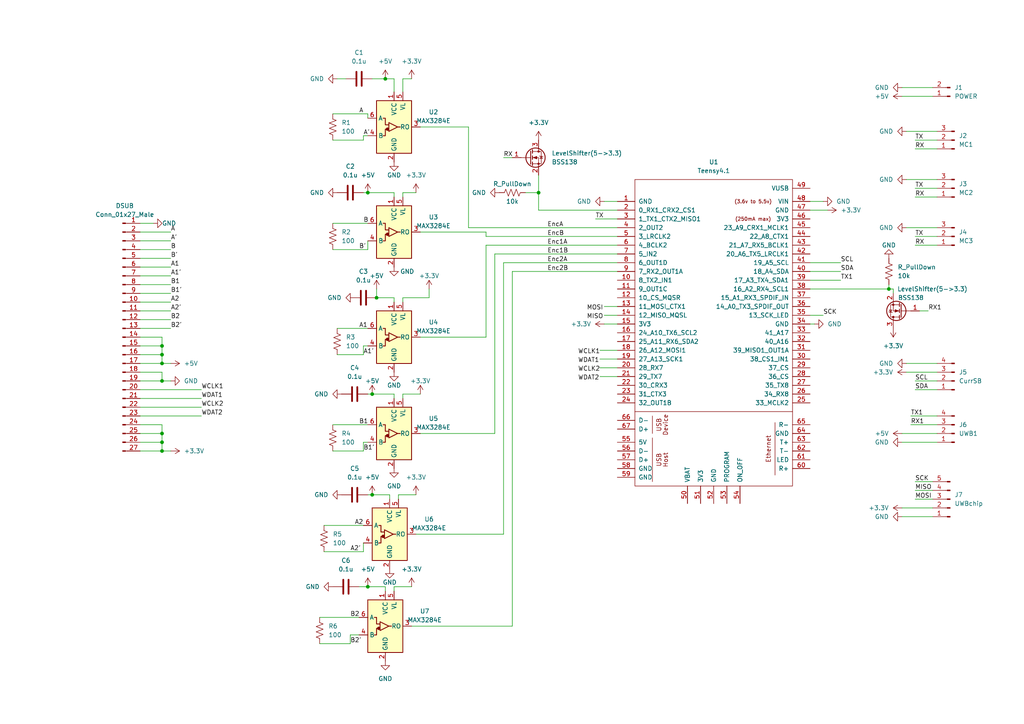
<source format=kicad_sch>
(kicad_sch (version 20211123) (generator eeschema)
  (paper "A4")
  (lib_symbols
    (symbol "Connector:Conn_01x02_Male" (pin_names (offset 1.016) hide)
      (property "Reference" "J" (at 0 2.54 0))
      (property "Value" "Conn_01x02_Male" (at 0 -5.08 0))
      (symbol "Conn_01x02_Male_1_1"
        (polyline (pts (xy 1.27 -2.54) (xy 0.8636 -2.54)) (stroke (width 0.1524)))
        (polyline (pts (xy 1.27 0) (xy 0.8636 0)) (stroke (width 0.1524)))
        (rectangle (start 0.8636 -2.413) (end 0 -2.667) (stroke (width 0.1524)) (fill (type outline)))
        (rectangle (start 0.8636 0.127) (end 0 -0.127) (stroke (width 0.1524)) (fill (type outline)))
        (pin passive line (at 5.08 0 180) (length 3.81) (name "Pin_1") (number "1"))
        (pin passive line (at 5.08 -2.54 180) (length 3.81) (name "Pin_2") (number "2"))
      )
    )
    (symbol "Connector:Conn_01x03_Male" (pin_names (offset 1.016) hide)
      (property "Reference" "J" (at 0 5.08 0))
      (property "Value" "Conn_01x03_Male" (at 0 -5.08 0))
      (symbol "Conn_01x03_Male_1_1"
        (polyline (pts (xy 1.27 -2.54) (xy 0.8636 -2.54)) (stroke (width 0.1524)))
        (polyline (pts (xy 1.27 0) (xy 0.8636 0)) (stroke (width 0.1524)))
        (polyline (pts (xy 1.27 2.54) (xy 0.8636 2.54)) (stroke (width 0.1524)))
        (rectangle (start 0.8636 -2.413) (end 0 -2.667) (stroke (width 0.1524)) (fill (type outline)))
        (rectangle (start 0.8636 0.127) (end 0 -0.127) (stroke (width 0.1524)) (fill (type outline)))
        (rectangle (start 0.8636 2.667) (end 0 2.413) (stroke (width 0.1524)) (fill (type outline)))
        (pin passive line (at 5.08 2.54 180) (length 3.81) (name "Pin_1") (number "1"))
        (pin passive line (at 5.08 0 180) (length 3.81) (name "Pin_2") (number "2"))
        (pin passive line (at 5.08 -2.54 180) (length 3.81) (name "Pin_3") (number "3"))
      )
    )
    (symbol "Connector:Conn_01x04_Male" (pin_names (offset 1.016) hide)
      (property "Reference" "J" (at 0 5.08 0))
      (property "Value" "Conn_01x04_Male" (at 0 -7.62 0))
      (symbol "Conn_01x04_Male_1_1"
        (polyline (pts (xy 1.27 -5.08) (xy 0.8636 -5.08)) (stroke (width 0.1524)))
        (polyline (pts (xy 1.27 -2.54) (xy 0.8636 -2.54)) (stroke (width 0.1524)))
        (polyline (pts (xy 1.27 0) (xy 0.8636 0)) (stroke (width 0.1524)))
        (polyline (pts (xy 1.27 2.54) (xy 0.8636 2.54)) (stroke (width 0.1524)))
        (rectangle (start 0.8636 -4.953) (end 0 -5.207) (stroke (width 0.1524)) (fill (type outline)))
        (rectangle (start 0.8636 -2.413) (end 0 -2.667) (stroke (width 0.1524)) (fill (type outline)))
        (rectangle (start 0.8636 0.127) (end 0 -0.127) (stroke (width 0.1524)) (fill (type outline)))
        (rectangle (start 0.8636 2.667) (end 0 2.413) (stroke (width 0.1524)) (fill (type outline)))
        (pin passive line (at 5.08 2.54 180) (length 3.81) (name "Pin_1") (number "1"))
        (pin passive line (at 5.08 0 180) (length 3.81) (name "Pin_2") (number "2"))
        (pin passive line (at 5.08 -2.54 180) (length 3.81) (name "Pin_3") (number "3"))
        (pin passive line (at 5.08 -5.08 180) (length 3.81) (name "Pin_4") (number "4"))
      )
    )
    (symbol "Connector:Conn_01x05_Male" (pin_names (offset 1.016) hide)
      (property "Reference" "J" (at 0 7.62 0))
      (property "Value" "Conn_01x05_Male" (at 0 -7.62 0))
      (symbol "Conn_01x05_Male_1_1"
        (polyline (pts (xy 1.27 -5.08) (xy 0.8636 -5.08)) (stroke (width 0.1524)))
        (polyline (pts (xy 1.27 -2.54) (xy 0.8636 -2.54)) (stroke (width 0.1524)))
        (polyline (pts (xy 1.27 0) (xy 0.8636 0)) (stroke (width 0.1524)))
        (polyline (pts (xy 1.27 2.54) (xy 0.8636 2.54)) (stroke (width 0.1524)))
        (polyline (pts (xy 1.27 5.08) (xy 0.8636 5.08)) (stroke (width 0.1524)))
        (rectangle (start 0.8636 -4.953) (end 0 -5.207) (stroke (width 0.1524)) (fill (type outline)))
        (rectangle (start 0.8636 -2.413) (end 0 -2.667) (stroke (width 0.1524)) (fill (type outline)))
        (rectangle (start 0.8636 0.127) (end 0 -0.127) (stroke (width 0.1524)) (fill (type outline)))
        (rectangle (start 0.8636 2.667) (end 0 2.413) (stroke (width 0.1524)) (fill (type outline)))
        (rectangle (start 0.8636 5.207) (end 0 4.953) (stroke (width 0.1524)) (fill (type outline)))
        (pin passive line (at 5.08 5.08 180) (length 3.81) (name "Pin_1") (number "1"))
        (pin passive line (at 5.08 2.54 180) (length 3.81) (name "Pin_2") (number "2"))
        (pin passive line (at 5.08 0 180) (length 3.81) (name "Pin_3") (number "3"))
        (pin passive line (at 5.08 -2.54 180) (length 3.81) (name "Pin_4") (number "4"))
        (pin passive line (at 5.08 -5.08 180) (length 3.81) (name "Pin_5") (number "5"))
      )
    )
    (symbol "Connector:Conn_01x27_Male" (pin_names (offset 1.016) hide)
      (property "Reference" "J" (at 0 35.56 0))
      (property "Value" "Conn_01x27_Male" (at 0 -35.56 0))
      (symbol "Conn_01x27_Male_1_1"
        (polyline (pts (xy 1.27 -33.02) (xy 0.8636 -33.02)) (stroke (width 0.1524)))
        (polyline (pts (xy 1.27 -30.48) (xy 0.8636 -30.48)) (stroke (width 0.1524)))
        (polyline (pts (xy 1.27 -27.94) (xy 0.8636 -27.94)) (stroke (width 0.1524)))
        (polyline (pts (xy 1.27 -25.4) (xy 0.8636 -25.4)) (stroke (width 0.1524)))
        (polyline (pts (xy 1.27 -22.86) (xy 0.8636 -22.86)) (stroke (width 0.1524)))
        (polyline (pts (xy 1.27 -20.32) (xy 0.8636 -20.32)) (stroke (width 0.1524)))
        (polyline (pts (xy 1.27 -17.78) (xy 0.8636 -17.78)) (stroke (width 0.1524)))
        (polyline (pts (xy 1.27 -15.24) (xy 0.8636 -15.24)) (stroke (width 0.1524)))
        (polyline (pts (xy 1.27 -12.7) (xy 0.8636 -12.7)) (stroke (width 0.1524)))
        (polyline (pts (xy 1.27 -10.16) (xy 0.8636 -10.16)) (stroke (width 0.1524)))
        (polyline (pts (xy 1.27 -7.62) (xy 0.8636 -7.62)) (stroke (width 0.1524)))
        (polyline (pts (xy 1.27 -5.08) (xy 0.8636 -5.08)) (stroke (width 0.1524)))
        (polyline (pts (xy 1.27 -2.54) (xy 0.8636 -2.54)) (stroke (width 0.1524)))
        (polyline (pts (xy 1.27 0) (xy 0.8636 0)) (stroke (width 0.1524)))
        (polyline (pts (xy 1.27 2.54) (xy 0.8636 2.54)) (stroke (width 0.1524)))
        (polyline (pts (xy 1.27 5.08) (xy 0.8636 5.08)) (stroke (width 0.1524)))
        (polyline (pts (xy 1.27 7.62) (xy 0.8636 7.62)) (stroke (width 0.1524)))
        (polyline (pts (xy 1.27 10.16) (xy 0.8636 10.16)) (stroke (width 0.1524)))
        (polyline (pts (xy 1.27 12.7) (xy 0.8636 12.7)) (stroke (width 0.1524)))
        (polyline (pts (xy 1.27 15.24) (xy 0.8636 15.24)) (stroke (width 0.1524)))
        (polyline (pts (xy 1.27 17.78) (xy 0.8636 17.78)) (stroke (width 0.1524)))
        (polyline (pts (xy 1.27 20.32) (xy 0.8636 20.32)) (stroke (width 0.1524)))
        (polyline (pts (xy 1.27 22.86) (xy 0.8636 22.86)) (stroke (width 0.1524)))
        (polyline (pts (xy 1.27 25.4) (xy 0.8636 25.4)) (stroke (width 0.1524)))
        (polyline (pts (xy 1.27 27.94) (xy 0.8636 27.94)) (stroke (width 0.1524)))
        (polyline (pts (xy 1.27 30.48) (xy 0.8636 30.48)) (stroke (width 0.1524)))
        (polyline (pts (xy 1.27 33.02) (xy 0.8636 33.02)) (stroke (width 0.1524)))
        (rectangle (start 0.8636 -32.893) (end 0 -33.147) (stroke (width 0.1524)) (fill (type outline)))
        (rectangle (start 0.8636 -30.353) (end 0 -30.607) (stroke (width 0.1524)) (fill (type outline)))
        (rectangle (start 0.8636 -27.813) (end 0 -28.067) (stroke (width 0.1524)) (fill (type outline)))
        (rectangle (start 0.8636 -25.273) (end 0 -25.527) (stroke (width 0.1524)) (fill (type outline)))
        (rectangle (start 0.8636 -22.733) (end 0 -22.987) (stroke (width 0.1524)) (fill (type outline)))
        (rectangle (start 0.8636 -20.193) (end 0 -20.447) (stroke (width 0.1524)) (fill (type outline)))
        (rectangle (start 0.8636 -17.653) (end 0 -17.907) (stroke (width 0.1524)) (fill (type outline)))
        (rectangle (start 0.8636 -15.113) (end 0 -15.367) (stroke (width 0.1524)) (fill (type outline)))
        (rectangle (start 0.8636 -12.573) (end 0 -12.827) (stroke (width 0.1524)) (fill (type outline)))
        (rectangle (start 0.8636 -10.033) (end 0 -10.287) (stroke (width 0.1524)) (fill (type outline)))
        (rectangle (start 0.8636 -7.493) (end 0 -7.747) (stroke (width 0.1524)) (fill (type outline)))
        (rectangle (start 0.8636 -4.953) (end 0 -5.207) (stroke (width 0.1524)) (fill (type outline)))
        (rectangle (start 0.8636 -2.413) (end 0 -2.667) (stroke (width 0.1524)) (fill (type outline)))
        (rectangle (start 0.8636 0.127) (end 0 -0.127) (stroke (width 0.1524)) (fill (type outline)))
        (rectangle (start 0.8636 2.667) (end 0 2.413) (stroke (width 0.1524)) (fill (type outline)))
        (rectangle (start 0.8636 5.207) (end 0 4.953) (stroke (width 0.1524)) (fill (type outline)))
        (rectangle (start 0.8636 7.747) (end 0 7.493) (stroke (width 0.1524)) (fill (type outline)))
        (rectangle (start 0.8636 10.287) (end 0 10.033) (stroke (width 0.1524)) (fill (type outline)))
        (rectangle (start 0.8636 12.827) (end 0 12.573) (stroke (width 0.1524)) (fill (type outline)))
        (rectangle (start 0.8636 15.367) (end 0 15.113) (stroke (width 0.1524)) (fill (type outline)))
        (rectangle (start 0.8636 17.907) (end 0 17.653) (stroke (width 0.1524)) (fill (type outline)))
        (rectangle (start 0.8636 20.447) (end 0 20.193) (stroke (width 0.1524)) (fill (type outline)))
        (rectangle (start 0.8636 22.987) (end 0 22.733) (stroke (width 0.1524)) (fill (type outline)))
        (rectangle (start 0.8636 25.527) (end 0 25.273) (stroke (width 0.1524)) (fill (type outline)))
        (rectangle (start 0.8636 28.067) (end 0 27.813) (stroke (width 0.1524)) (fill (type outline)))
        (rectangle (start 0.8636 30.607) (end 0 30.353) (stroke (width 0.1524)) (fill (type outline)))
        (rectangle (start 0.8636 33.147) (end 0 32.893) (stroke (width 0.1524)) (fill (type outline)))
        (pin passive line (at 5.08 33.02 180) (length 3.81) (name "Pin_1") (number "1"))
        (pin passive line (at 5.08 10.16 180) (length 3.81) (name "Pin_10") (number "10"))
        (pin passive line (at 5.08 7.62 180) (length 3.81) (name "Pin_11") (number "11"))
        (pin passive line (at 5.08 5.08 180) (length 3.81) (name "Pin_12") (number "12"))
        (pin passive line (at 5.08 2.54 180) (length 3.81) (name "Pin_13") (number "13"))
        (pin passive line (at 5.08 0 180) (length 3.81) (name "Pin_14") (number "14"))
        (pin passive line (at 5.08 -2.54 180) (length 3.81) (name "Pin_15") (number "15"))
        (pin passive line (at 5.08 -5.08 180) (length 3.81) (name "Pin_16") (number "16"))
        (pin passive line (at 5.08 -7.62 180) (length 3.81) (name "Pin_17") (number "17"))
        (pin passive line (at 5.08 -10.16 180) (length 3.81) (name "Pin_18") (number "18"))
        (pin passive line (at 5.08 -12.7 180) (length 3.81) (name "Pin_19") (number "19"))
        (pin passive line (at 5.08 30.48 180) (length 3.81) (name "Pin_2") (number "2"))
        (pin passive line (at 5.08 -15.24 180) (length 3.81) (name "Pin_20") (number "20"))
        (pin passive line (at 5.08 -17.78 180) (length 3.81) (name "Pin_21") (number "21"))
        (pin passive line (at 5.08 -20.32 180) (length 3.81) (name "Pin_22") (number "22"))
        (pin passive line (at 5.08 -22.86 180) (length 3.81) (name "Pin_23") (number "23"))
        (pin passive line (at 5.08 -25.4 180) (length 3.81) (name "Pin_24") (number "24"))
        (pin passive line (at 5.08 -27.94 180) (length 3.81) (name "Pin_25") (number "25"))
        (pin passive line (at 5.08 -30.48 180) (length 3.81) (name "Pin_26") (number "26"))
        (pin passive line (at 5.08 -33.02 180) (length 3.81) (name "Pin_27") (number "27"))
        (pin passive line (at 5.08 27.94 180) (length 3.81) (name "Pin_3") (number "3"))
        (pin passive line (at 5.08 25.4 180) (length 3.81) (name "Pin_4") (number "4"))
        (pin passive line (at 5.08 22.86 180) (length 3.81) (name "Pin_5") (number "5"))
        (pin passive line (at 5.08 20.32 180) (length 3.81) (name "Pin_6") (number "6"))
        (pin passive line (at 5.08 17.78 180) (length 3.81) (name "Pin_7") (number "7"))
        (pin passive line (at 5.08 15.24 180) (length 3.81) (name "Pin_8") (number "8"))
        (pin passive line (at 5.08 12.7 180) (length 3.81) (name "Pin_9") (number "9"))
      )
    )
    (symbol "Device:C" (pin_numbers hide) (pin_names (offset 0.254))
      (property "Reference" "C" (at 0.635 2.54 0))
      (property "Value" "C" (at 0.635 -2.54 0))
      (symbol "C_0_1"
        (polyline (pts (xy -2.032 -0.762) (xy 2.032 -0.762)) (stroke (width 0.508)))
        (polyline (pts (xy -2.032 0.762) (xy 2.032 0.762)) (stroke (width 0.508)))
      )
      (symbol "C_1_1"
        (pin passive line (at 0 3.81 270) (length 2.794) (name "~") (number "1"))
        (pin passive line (at 0 -3.81 90) (length 2.794) (name "~") (number "2"))
      )
    )
    (symbol "Device:R_US" (pin_numbers hide) (pin_names (offset 0))
      (property "Reference" "R" (at 2.54 0 90))
      (property "Value" "R_US" (at -2.54 0 90))
      (symbol "R_US_0_1"
        (polyline (pts (xy 0 -2.286) (xy 0 -2.54)))
        (polyline (pts (xy 0 2.286) (xy 0 2.54)))
        (polyline (pts (xy 0 -0.762) (xy 1.016 -1.143) (xy 0 -1.524) (xy -1.016 -1.905) (xy 0 -2.286)))
        (polyline (pts (xy 0 0.762) (xy 1.016 0.381) (xy 0 0) (xy -1.016 -0.381) (xy 0 -0.762)))
        (polyline (pts (xy 0 2.286) (xy 1.016 1.905) (xy 0 1.524) (xy -1.016 1.143) (xy 0 0.762)))
      )
      (symbol "R_US_1_1"
        (pin passive line (at 0 3.81 270) (length 1.27) (name "~") (number "1"))
        (pin passive line (at 0 -3.81 90) (length 1.27) (name "~") (number "2"))
      )
    )
    (symbol "Interface_UART:MAX3284E"
      (property "Reference" "U" (at -3.81 8.89 0))
      (property "Value" "MAX3284E" (at 3.81 8.89 0))
      (symbol "MAX3284E_0_1"
        (rectangle (start -5.08 7.62) (end 5.08 -7.62) (stroke (width 0.254)) (fill (type background)))
        (circle (center -1.905 -0.635) (radius 0.3556) (stroke (width 0.254)) (fill (type outline)))
        (rectangle (start -1.524 0.635) (end -1.524 0.635))
        (polyline (pts (xy 1.778 0) (xy 1.016 0)) (stroke (width 0.254)))
        (polyline (pts (xy -1.905 -0.635) (xy -2.54 -0.635) (xy -2.54 -2.54) (xy -3.175 -2.54)) (stroke (width 0.254)))
        (polyline (pts (xy -1.524 0.635) (xy -2.54 0.635) (xy -2.54 2.54) (xy -3.175 2.54)) (stroke (width 0.254)))
        (polyline (pts (xy 1.016 0) (xy -1.524 1.27) (xy -1.524 -1.27) (xy 1.016 0)) (stroke (width 0.254)))
      )
      (symbol "MAX3284E_1_1"
        (pin power_in line (at 0 10.16 270) (length 2.54) (name "VCC") (number "1"))
        (pin power_in line (at 0 -10.16 90) (length 2.54) (name "GND") (number "2"))
        (pin output line (at 7.62 0 180) (length 2.54) (name "RO") (number "3"))
        (pin input line (at -7.62 -2.54 0) (length 2.54) (name "B") (number "4"))
        (pin power_in line (at 2.54 10.16 270) (length 2.54) (name "VL") (number "5"))
        (pin input line (at -7.62 2.54 0) (length 2.54) (name "A") (number "6"))
      )
    )
    (symbol "Teensy4.1:Teensy4.1" (pin_names (offset 1.016))
      (property "Reference" "U" (at 0 64.77 0))
      (property "Value" "Teensy4.1" (at 0 62.23 0))
      (symbol "Teensy4.1_0_0"
        (polyline (pts (xy -22.86 -6.35) (xy 22.86 -6.35)))
        (polyline (pts (xy -17.78 -26.67) (xy -17.78 -13.97)))
        (polyline (pts (xy -17.78 -7.62) (xy -17.78 -12.7)))
        (polyline (pts (xy 17.78 -9.525) (xy 17.78 -24.765)))
        (text "(250mA max)" (at 11.43 49.53 0) (effects (font (size 1.016 1.016))))
        (text "(3.6v to 5.5v)" (at 11.43 54.61 0) (effects (font (size 1.016 1.016))))
        (text "Device" (at -13.97 -10.16 900) (effects (font (size 1.27 1.27))))
        (text "Ethernet" (at 15.875 -17.145 900) (effects (font (size 1.27 1.27))))
        (text "Host" (at -13.97 -20.32 900) (effects (font (size 1.27 1.27))))
        (text "USB" (at -15.875 -20.32 900) (effects (font (size 1.27 1.27))))
        (text "USB" (at -15.875 -10.16 900) (effects (font (size 1.27 1.27))))
        (pin bidirectional line (at -27.94 31.75 0) (length 5.08) (name "8_TX2_IN1") (number "10"))
        (pin bidirectional line (at -27.94 29.21 0) (length 5.08) (name "9_OUT1C") (number "11"))
        (pin bidirectional line (at -27.94 26.67 0) (length 5.08) (name "10_CS_MQSR") (number "12"))
        (pin bidirectional line (at -27.94 24.13 0) (length 5.08) (name "11_MOSI_CTX1") (number "13"))
        (pin bidirectional line (at -27.94 21.59 0) (length 5.08) (name "12_MISO_MQSL") (number "14"))
        (pin power_in line (at -27.94 19.05 0) (length 5.08) (name "3V3") (number "15"))
        (pin bidirectional line (at -27.94 16.51 0) (length 5.08) (name "24_A10_TX6_SCL2") (number "16"))
        (pin bidirectional line (at -27.94 13.97 0) (length 5.08) (name "25_A11_RX6_SDA2") (number "17"))
        (pin bidirectional line (at -27.94 11.43 0) (length 5.08) (name "26_A12_MOSI1") (number "18"))
        (pin bidirectional line (at -27.94 8.89 0) (length 5.08) (name "27_A13_SCK1") (number "19"))
        (pin bidirectional line (at -27.94 6.35 0) (length 5.08) (name "28_RX7") (number "20"))
        (pin bidirectional line (at -27.94 3.81 0) (length 5.08) (name "29_TX7") (number "21"))
        (pin bidirectional line (at -27.94 1.27 0) (length 5.08) (name "30_CRX3") (number "22"))
        (pin bidirectional line (at -27.94 -1.27 0) (length 5.08) (name "31_CTX3") (number "23"))
        (pin bidirectional line (at -27.94 -3.81 0) (length 5.08) (name "32_OUT1B") (number "24"))
        (pin bidirectional line (at 27.94 -3.81 180) (length 5.08) (name "33_MCLK2") (number "25"))
        (pin bidirectional line (at 27.94 -1.27 180) (length 5.08) (name "34_RX8") (number "26"))
        (pin bidirectional line (at 27.94 1.27 180) (length 5.08) (name "35_TX8") (number "27"))
        (pin bidirectional line (at 27.94 3.81 180) (length 5.08) (name "36_CS") (number "28"))
        (pin bidirectional line (at 27.94 6.35 180) (length 5.08) (name "37_CS") (number "29"))
        (pin bidirectional line (at 27.94 8.89 180) (length 5.08) (name "38_CS1_IN1") (number "30"))
        (pin bidirectional line (at 27.94 11.43 180) (length 5.08) (name "39_MISO1_OUT1A") (number "31"))
        (pin bidirectional line (at 27.94 13.97 180) (length 5.08) (name "40_A16") (number "32"))
        (pin bidirectional line (at 27.94 16.51 180) (length 5.08) (name "41_A17") (number "33"))
        (pin bidirectional line (at 27.94 21.59 180) (length 5.08) (name "13_SCK_LED") (number "35"))
        (pin bidirectional line (at 27.94 24.13 180) (length 5.08) (name "14_A0_TX3_SPDIF_OUT") (number "36"))
        (pin bidirectional line (at 27.94 26.67 180) (length 5.08) (name "15_A1_RX3_SPDIF_IN") (number "37"))
        (pin bidirectional line (at 27.94 29.21 180) (length 5.08) (name "16_A2_RX4_SCL1") (number "38"))
        (pin bidirectional line (at 27.94 31.75 180) (length 5.08) (name "17_A3_TX4_SDA1") (number "39"))
        (pin bidirectional line (at 27.94 34.29 180) (length 5.08) (name "18_A4_SDA") (number "40"))
        (pin bidirectional line (at 27.94 36.83 180) (length 5.08) (name "19_A5_SCL") (number "41"))
        (pin bidirectional line (at 27.94 39.37 180) (length 5.08) (name "20_A6_TX5_LRCLK1") (number "42"))
        (pin bidirectional line (at 27.94 41.91 180) (length 5.08) (name "21_A7_RX5_BCLK1") (number "43"))
        (pin bidirectional line (at 27.94 44.45 180) (length 5.08) (name "22_A8_CTX1") (number "44"))
        (pin bidirectional line (at 27.94 46.99 180) (length 5.08) (name "23_A9_CRX1_MCLK1") (number "45"))
        (pin output line (at 27.94 49.53 180) (length 5.08) (name "3V3") (number "46"))
        (pin output line (at 27.94 52.07 180) (length 5.08) (name "GND") (number "47"))
        (pin power_in line (at 27.94 54.61 180) (length 5.08) (name "VIN") (number "48"))
        (pin power_out line (at 27.94 58.42 180) (length 5.08) (name "VUSB") (number "49"))
        (pin bidirectional line (at -27.94 44.45 0) (length 5.08) (name "3_LRCLK2") (number "5"))
        (pin power_in line (at -7.62 -33.02 90) (length 5.08) (name "VBAT") (number "50"))
        (pin power_in line (at -3.81 -33.02 90) (length 5.08) (name "3V3") (number "51"))
        (pin input line (at 0 -33.02 90) (length 5.08) (name "GND") (number "52"))
        (pin input line (at 3.81 -33.02 90) (length 5.08) (name "PROGRAM") (number "53"))
        (pin input line (at 7.62 -33.02 90) (length 5.08) (name "ON_OFF") (number "54"))
        (pin power_out line (at -27.94 -15.24 0) (length 5.08) (name "5V") (number "55"))
        (pin bidirectional line (at -27.94 -17.78 0) (length 5.08) (name "D-") (number "56"))
        (pin bidirectional line (at -27.94 -20.32 0) (length 5.08) (name "D+") (number "57"))
        (pin power_in line (at -27.94 -22.86 0) (length 5.08) (name "GND") (number "58"))
        (pin power_in line (at -27.94 -25.4 0) (length 5.08) (name "GND") (number "59"))
        (pin bidirectional line (at -27.94 41.91 0) (length 5.08) (name "4_BCLK2") (number "6"))
        (pin bidirectional line (at 27.94 -22.86 180) (length 5.08) (name "R+") (number "60"))
        (pin bidirectional line (at 27.94 -20.32 180) (length 5.08) (name "LED") (number "61"))
        (pin bidirectional line (at 27.94 -17.78 180) (length 5.08) (name "T-") (number "62"))
        (pin bidirectional line (at 27.94 -15.24 180) (length 5.08) (name "T+") (number "63"))
        (pin power_in line (at 27.94 -12.7 180) (length 5.08) (name "GND") (number "64"))
        (pin bidirectional line (at 27.94 -10.16 180) (length 5.08) (name "R-") (number "65"))
        (pin bidirectional line (at -27.94 -8.89 0) (length 5.08) (name "D-") (number "66"))
        (pin bidirectional line (at -27.94 -11.43 0) (length 5.08) (name "D+") (number "67"))
        (pin bidirectional line (at -27.94 39.37 0) (length 5.08) (name "5_IN2") (number "7"))
        (pin bidirectional line (at -27.94 36.83 0) (length 5.08) (name "6_OUT1D") (number "8"))
        (pin bidirectional line (at -27.94 34.29 0) (length 5.08) (name "7_RX2_OUT1A") (number "9"))
      )
      (symbol "Teensy4.1_0_1"
        (rectangle (start -22.86 60.96) (end 22.86 -27.94))
        (rectangle (start -20.32 -1.27) (end -20.32 -1.27))
      )
      (symbol "Teensy4.1_1_1"
        (pin power_in line (at -27.94 54.61 0) (length 5.08) (name "GND") (number "1"))
        (pin bidirectional line (at -27.94 52.07 0) (length 5.08) (name "0_RX1_CRX2_CS1") (number "2"))
        (pin bidirectional line (at -27.94 49.53 0) (length 5.08) (name "1_TX1_CTX2_MISO1") (number "3"))
        (pin power_in line (at 27.94 19.05 180) (length 5.08) (name "GND") (number "34"))
        (pin bidirectional line (at -27.94 46.99 0) (length 5.08) (name "2_OUT2") (number "4"))
      )
    )
    (symbol "Transistor_FET:BSS138" (pin_names hide)
      (property "Reference" "Q" (at 5.08 1.905 0))
      (property "Value" "BSS138" (at 5.08 0 0))
      (symbol "BSS138_0_1"
        (polyline (pts (xy 0.254 0) (xy -2.54 0)))
        (polyline (pts (xy 0.254 1.905) (xy 0.254 -1.905)) (stroke (width 0.254)))
        (polyline (pts (xy 0.762 -1.27) (xy 0.762 -2.286)) (stroke (width 0.254)))
        (polyline (pts (xy 0.762 0.508) (xy 0.762 -0.508)) (stroke (width 0.254)))
        (polyline (pts (xy 0.762 2.286) (xy 0.762 1.27)) (stroke (width 0.254)))
        (polyline (pts (xy 2.54 2.54) (xy 2.54 1.778)))
        (polyline (pts (xy 2.54 -2.54) (xy 2.54 0) (xy 0.762 0)))
        (polyline (pts (xy 0.762 -1.778) (xy 3.302 -1.778) (xy 3.302 1.778) (xy 0.762 1.778)))
        (polyline (pts (xy 1.016 0) (xy 2.032 0.381) (xy 2.032 -0.381) (xy 1.016 0)) (fill (type outline)))
        (polyline (pts (xy 2.794 0.508) (xy 2.921 0.381) (xy 3.683 0.381) (xy 3.81 0.254)))
        (polyline (pts (xy 3.302 0.381) (xy 2.921 -0.254) (xy 3.683 -0.254) (xy 3.302 0.381)))
        (circle (center 1.651 0) (radius 2.794) (stroke (width 0.254)))
        (circle (center 2.54 -1.778) (radius 0.254) (fill (type outline)))
        (circle (center 2.54 1.778) (radius 0.254) (fill (type outline)))
      )
      (symbol "BSS138_1_1"
        (pin input line (at -5.08 0 0) (length 2.54) (name "G") (number "1"))
        (pin passive line (at 2.54 -5.08 90) (length 2.54) (name "S") (number "2"))
        (pin passive line (at 2.54 5.08 270) (length 2.54) (name "D") (number "3"))
      )
    )
    (symbol "power:+3.3V" (power) (pin_names (offset 0))
      (property "Value" "+3.3V" (at 0 3.556 0))
      (symbol "+3.3V_0_1"
        (polyline (pts (xy -0.762 1.27) (xy 0 2.54)))
        (polyline (pts (xy 0 0) (xy 0 2.54)))
        (polyline (pts (xy 0 2.54) (xy 0.762 1.27)))
      )
      (symbol "+3.3V_1_1"
        (pin power_in line (at 0 0 90) (length 0) hide (name "+3.3V") (number "1"))
      )
    )
    (symbol "power:+5V" (power) (pin_names (offset 0))
      (property "Value" "+5V" (at 0 3.556 0))
      (symbol "+5V_0_1"
        (polyline (pts (xy -0.762 1.27) (xy 0 2.54)))
        (polyline (pts (xy 0 0) (xy 0 2.54)))
        (polyline (pts (xy 0 2.54) (xy 0.762 1.27)))
      )
      (symbol "+5V_1_1"
        (pin power_in line (at 0 0 90) (length 0) hide (name "+5V") (number "1"))
      )
    )
    (symbol "power:GND" (power) (pin_names (offset 0))
      (property "Value" "GND" (at 0 -3.81 0))
      (symbol "GND_0_1"
        (polyline (pts (xy 0 0) (xy 0 -1.27) (xy 1.27 -1.27) (xy 0 -2.54) (xy -1.27 -1.27) (xy 0 -1.27)))
      )
      (symbol "GND_1_1"
        (pin power_in line (at 0 0 270) (length 0) hide (name "GND") (number "1"))
      )
    )
  )
  (junction (at 107.95 114.3))
  (junction (at 46.99 100.33))
  (junction (at 109.22 86.36))
  (junction (at 111.76 22.86))
  (junction (at 156.21 55.88))
  (junction (at 46.99 128.27))
  (junction (at 46.99 125.73))
  (junction (at 46.99 110.49))
  (junction (at 257.81 83.82))
  (junction (at 46.99 105.41))
  (junction (at 46.99 102.87))
  (junction (at 106.68 170.18))
  (junction (at 107.95 143.51))
  (junction (at 106.68 55.88))
  (junction (at 46.99 130.81))
  (wire (pts (xy 46.99 130.81) (xy 49.53 130.81)))
  (wire (pts (xy 105.41 40.64) (xy 96.52 40.64)))
  (wire (pts (xy 40.64 69.85) (xy 49.53 69.85)))
  (wire (pts (xy 121.92 97.79) (xy 140.97 97.79)))
  (wire (pts (xy 107.95 22.86) (xy 111.76 22.86)))
  (wire (pts (xy 135.89 36.83) (xy 135.89 66.04)))
  (wire (pts (xy 234.95 78.74) (xy 243.84 78.74)))
  (wire (pts (xy 46.99 128.27) (xy 46.99 130.81)))
  (wire (pts (xy 152.4 55.88) (xy 156.21 55.88)))
  (wire (pts (xy 265.43 54.61) (xy 271.78 54.61)))
  (wire (pts (xy 261.62 25.4) (xy 270.51 25.4)))
  (wire (pts (xy 40.64 80.01) (xy 49.53 80.01)))
  (wire (pts (xy 234.95 91.44) (xy 238.76 91.44)))
  (wire (pts (xy 265.43 113.03) (xy 271.78 113.03)))
  (wire (pts (xy 156.21 60.96) (xy 179.07 60.96)))
  (wire (pts (xy 113.03 143.51) (xy 107.95 143.51)))
  (wire (pts (xy 96.52 130.81) (xy 105.41 130.81)))
  (wire (pts (xy 175.26 93.98) (xy 179.07 93.98)))
  (wire (pts (xy 266.7 90.17) (xy 269.24 90.17)))
  (wire (pts (xy 105.41 55.88) (xy 106.68 55.88)))
  (wire (pts (xy 105.41 160.02) (xy 93.98 160.02)))
  (wire (pts (xy 265.43 71.12) (xy 271.78 71.12)))
  (wire (pts (xy 173.99 104.14) (xy 179.07 104.14)))
  (wire (pts (xy 40.64 102.87) (xy 46.99 102.87)))
  (wire (pts (xy 265.43 110.49) (xy 271.78 110.49)))
  (wire (pts (xy 120.65 154.94) (xy 146.05 154.94)))
  (wire (pts (xy 143.51 125.73) (xy 143.51 73.66)))
  (wire (pts (xy 148.59 78.74) (xy 179.07 78.74)))
  (wire (pts (xy 105.41 102.87) (xy 105.41 100.33)))
  (wire (pts (xy 97.79 102.87) (xy 105.41 102.87)))
  (wire (pts (xy 140.97 97.79) (xy 140.97 71.12)))
  (wire (pts (xy 175.26 91.44) (xy 179.07 91.44)))
  (wire (pts (xy 93.98 152.4) (xy 105.41 152.4)))
  (wire (pts (xy 259.08 85.09) (xy 259.08 83.82)))
  (wire (pts (xy 40.64 77.47) (xy 49.53 77.47)))
  (wire (pts (xy 40.64 64.77) (xy 44.45 64.77)))
  (wire (pts (xy 119.38 181.61) (xy 148.59 181.61)))
  (wire (pts (xy 262.89 105.41) (xy 271.78 105.41)))
  (wire (pts (xy 234.95 81.28) (xy 243.84 81.28)))
  (wire (pts (xy 40.64 115.57) (xy 58.42 115.57)))
  (wire (pts (xy 105.41 157.48) (xy 105.41 160.02)))
  (wire (pts (xy 46.99 110.49) (xy 49.53 110.49)))
  (wire (pts (xy 105.41 39.37) (xy 105.41 40.64)))
  (wire (pts (xy 234.95 93.98) (xy 236.22 93.98)))
  (wire (pts (xy 40.64 87.63) (xy 49.53 87.63)))
  (wire (pts (xy 261.62 27.94) (xy 270.51 27.94)))
  (wire (pts (xy 175.26 58.42) (xy 179.07 58.42)))
  (wire (pts (xy 115.57 144.78) (xy 115.57 143.51)))
  (wire (pts (xy 115.57 143.51) (xy 120.65 143.51)))
  (wire (pts (xy 262.89 52.07) (xy 271.78 52.07)))
  (wire (pts (xy 40.64 118.11) (xy 58.42 118.11)))
  (wire (pts (xy 173.99 109.22) (xy 179.07 109.22)))
  (wire (pts (xy 146.05 76.2) (xy 179.07 76.2)))
  (wire (pts (xy 97.79 22.86) (xy 100.33 22.86)))
  (wire (pts (xy 40.64 125.73) (xy 46.99 125.73)))
  (wire (pts (xy 40.64 85.09) (xy 49.53 85.09)))
  (wire (pts (xy 264.16 120.65) (xy 271.78 120.65)))
  (wire (pts (xy 124.46 86.36) (xy 124.46 83.82)))
  (wire (pts (xy 40.64 72.39) (xy 49.53 72.39)))
  (wire (pts (xy 262.89 66.04) (xy 271.78 66.04)))
  (wire (pts (xy 261.62 128.27) (xy 271.78 128.27)))
  (wire (pts (xy 97.79 95.25) (xy 106.68 95.25)))
  (wire (pts (xy 143.51 73.66) (xy 179.07 73.66)))
  (wire (pts (xy 96.52 64.77) (xy 106.68 64.77)))
  (wire (pts (xy 172.72 63.5) (xy 179.07 63.5)))
  (wire (pts (xy 104.14 170.18) (xy 106.68 170.18)))
  (wire (pts (xy 116.84 22.86) (xy 119.38 22.86)))
  (wire (pts (xy 148.59 181.61) (xy 148.59 78.74)))
  (wire (pts (xy 265.43 57.15) (xy 271.78 57.15)))
  (wire (pts (xy 40.64 97.79) (xy 46.99 97.79)))
  (wire (pts (xy 40.64 105.41) (xy 46.99 105.41)))
  (wire (pts (xy 105.41 130.81) (xy 105.41 128.27)))
  (wire (pts (xy 40.64 67.31) (xy 49.53 67.31)))
  (wire (pts (xy 156.21 55.88) (xy 156.21 60.96)))
  (wire (pts (xy 114.3 26.67) (xy 114.3 22.86)))
  (wire (pts (xy 40.64 95.25) (xy 49.53 95.25)))
  (wire (pts (xy 116.84 26.67) (xy 116.84 22.86)))
  (wire (pts (xy 257.81 82.55) (xy 257.81 83.82)))
  (wire (pts (xy 114.3 86.36) (xy 109.22 86.36)))
  (wire (pts (xy 140.97 68.58) (xy 179.07 68.58)))
  (wire (pts (xy 234.95 58.42) (xy 238.76 58.42)))
  (wire (pts (xy 46.99 102.87) (xy 46.99 105.41)))
  (wire (pts (xy 40.64 74.93) (xy 49.53 74.93)))
  (wire (pts (xy 104.14 184.15) (xy 101.6 184.15)))
  (wire (pts (xy 40.64 130.81) (xy 46.99 130.81)))
  (wire (pts (xy 40.64 107.95) (xy 46.99 107.95)))
  (wire (pts (xy 265.43 43.18) (xy 271.78 43.18)))
  (wire (pts (xy 40.64 110.49) (xy 46.99 110.49)))
  (wire (pts (xy 106.68 55.88) (xy 114.3 55.88)))
  (wire (pts (xy 261.62 147.32) (xy 270.51 147.32)))
  (wire (pts (xy 114.3 114.3) (xy 107.95 114.3)))
  (wire (pts (xy 116.84 57.15) (xy 116.84 55.88)))
  (wire (pts (xy 264.16 123.19) (xy 271.78 123.19)))
  (wire (pts (xy 40.64 100.33) (xy 46.99 100.33)))
  (wire (pts (xy 114.3 87.63) (xy 114.3 86.36)))
  (wire (pts (xy 114.3 170.18) (xy 119.38 170.18)))
  (wire (pts (xy 262.89 107.95) (xy 271.78 107.95)))
  (wire (pts (xy 105.41 100.33) (xy 106.68 100.33)))
  (wire (pts (xy 262.89 38.1) (xy 271.78 38.1)))
  (wire (pts (xy 40.64 92.71) (xy 49.53 92.71)))
  (wire (pts (xy 46.99 123.19) (xy 46.99 125.73)))
  (wire (pts (xy 261.62 125.73) (xy 271.78 125.73)))
  (wire (pts (xy 173.99 101.6) (xy 179.07 101.6)))
  (wire (pts (xy 96.52 123.19) (xy 106.68 123.19)))
  (wire (pts (xy 265.43 144.78) (xy 270.51 144.78)))
  (wire (pts (xy 40.64 90.17) (xy 49.53 90.17)))
  (wire (pts (xy 121.92 36.83) (xy 135.89 36.83)))
  (wire (pts (xy 101.6 184.15) (xy 101.6 186.69)))
  (wire (pts (xy 265.43 40.64) (xy 271.78 40.64)))
  (wire (pts (xy 40.64 113.03) (xy 58.42 113.03)))
  (wire (pts (xy 121.92 125.73) (xy 143.51 125.73)))
  (wire (pts (xy 114.3 22.86) (xy 111.76 22.86)))
  (wire (pts (xy 106.68 114.3) (xy 107.95 114.3)))
  (wire (pts (xy 106.68 143.51) (xy 107.95 143.51)))
  (wire (pts (xy 234.95 76.2) (xy 243.84 76.2)))
  (wire (pts (xy 121.92 67.31) (xy 140.97 67.31)))
  (wire (pts (xy 259.08 83.82) (xy 257.81 83.82)))
  (wire (pts (xy 113.03 144.78) (xy 113.03 143.51)))
  (wire (pts (xy 114.3 171.45) (xy 114.3 170.18)))
  (wire (pts (xy 265.43 142.24) (xy 270.51 142.24)))
  (wire (pts (xy 109.22 86.36) (xy 109.22 83.82)))
  (wire (pts (xy 40.64 128.27) (xy 46.99 128.27)))
  (wire (pts (xy 261.62 149.86) (xy 270.51 149.86)))
  (wire (pts (xy 114.3 57.15) (xy 114.3 55.88)))
  (wire (pts (xy 46.99 100.33) (xy 46.99 102.87)))
  (wire (pts (xy 111.76 171.45) (xy 111.76 170.18)))
  (wire (pts (xy 92.71 179.07) (xy 104.14 179.07)))
  (wire (pts (xy 116.84 115.57) (xy 116.84 114.3)))
  (wire (pts (xy 234.95 60.96) (xy 240.03 60.96)))
  (wire (pts (xy 46.99 107.95) (xy 46.99 110.49)))
  (wire (pts (xy 116.84 55.88) (xy 120.65 55.88)))
  (wire (pts (xy 116.84 114.3) (xy 121.92 114.3)))
  (wire (pts (xy 46.99 125.73) (xy 46.99 128.27)))
  (wire (pts (xy 265.43 139.7) (xy 270.51 139.7)))
  (wire (pts (xy 173.99 106.68) (xy 179.07 106.68)))
  (wire (pts (xy 105.41 128.27) (xy 106.68 128.27)))
  (wire (pts (xy 40.64 120.65) (xy 58.42 120.65)))
  (wire (pts (xy 46.99 97.79) (xy 46.99 100.33)))
  (wire (pts (xy 156.21 50.8) (xy 156.21 55.88)))
  (wire (pts (xy 146.05 154.94) (xy 146.05 76.2)))
  (wire (pts (xy 265.43 68.58) (xy 271.78 68.58)))
  (wire (pts (xy 116.84 86.36) (xy 124.46 86.36)))
  (wire (pts (xy 111.76 170.18) (xy 106.68 170.18)))
  (wire (pts (xy 46.99 105.41) (xy 49.53 105.41)))
  (wire (pts (xy 106.68 33.02) (xy 106.68 34.29)))
  (wire (pts (xy 175.26 88.9) (xy 179.07 88.9)))
  (wire (pts (xy 96.52 33.02) (xy 106.68 33.02)))
  (wire (pts (xy 40.64 82.55) (xy 49.53 82.55)))
  (wire (pts (xy 140.97 67.31) (xy 140.97 68.58)))
  (wire (pts (xy 140.97 71.12) (xy 179.07 71.12)))
  (wire (pts (xy 146.05 45.72) (xy 148.59 45.72)))
  (wire (pts (xy 40.64 123.19) (xy 46.99 123.19)))
  (wire (pts (xy 96.52 72.39) (xy 106.68 72.39)))
  (wire (pts (xy 101.6 186.69) (xy 92.71 186.69)))
  (wire (pts (xy 114.3 115.57) (xy 114.3 114.3)))
  (wire (pts (xy 106.68 72.39) (xy 106.68 69.85)))
  (wire (pts (xy 106.68 39.37) (xy 105.41 39.37)))
  (wire (pts (xy 135.89 66.04) (xy 179.07 66.04)))
  (wire (pts (xy 234.95 83.82) (xy 257.81 83.82)))
  (wire (pts (xy 116.84 87.63) (xy 116.84 86.36)))
  (label "EncB" (at 158.75 68.58 0))
  (label "Enc2A" (at 158.75 76.2 0))
  (label "EncA" (at 158.75 66.04 0))
  (label "Enc1B" (at 158.75 73.66 0))
  (label "WDAT1" (at 167.64 105.41 0))
  (label "WCLK1" (at 58.42 113.03 0))
  (label "A" (at 104.14 33.02 0))
  (label "A2" (at 102.87 152.4 0))
  (label "TX" (at 172.72 63.5 0))
  (label "WDAT2" (at 58.42 120.65 0))
  (label "MOSI" (at 170.18 90.17 0))
  (label "B1'" (at 105.41 130.81 0))
  (label "B'" (at 104.14 72.39 0))
  (label "A" (at 49.53 67.31 0))
  (label "TX1" (at 243.84 81.28 0))
  (label "RX1" (at 264.16 123.19 0))
  (label "A'" (at 105.41 39.37 0))
  (label "MISO" (at 170.18 92.71 0))
  (label "A1'" (at 49.53 80.01 0))
  (label "SCL" (at 265.43 110.49 0))
  (label "B'" (at 49.53 74.93 0))
  (label "B2" (at 49.53 92.71 0))
  (label "RX" (at 265.43 57.15 0))
  (label "B1" (at 49.53 82.55 0))
  (label "B1'" (at 49.53 85.09 0))
  (label "WDAT2" (at 167.64 110.49 0))
  (label "TX" (at 265.43 54.61 0))
  (label "Enc1A" (at 158.75 71.12 0))
  (label "WCLK2" (at 167.64 107.95 0))
  (label "RX1" (at 269.24 90.17 0))
  (label "MISO" (at 265.43 142.24 0))
  (label "A1" (at 49.53 77.47 0))
  (label "WCLK1" (at 167.64 102.87 0))
  (label "SCK" (at 265.43 139.7 0))
  (label "B1" (at 104.14 123.19 0))
  (label "SCL" (at 243.84 76.2 0))
  (label "TX1" (at 264.16 120.65 0))
  (label "Enc2B" (at 158.75 78.74 0))
  (label "SDA" (at 265.43 113.03 0))
  (label "RX" (at 265.43 71.12 0))
  (label "TX" (at 265.43 68.58 0))
  (label "WCLK2" (at 58.42 118.11 0))
  (label "WDAT1" (at 58.42 115.57 0))
  (label "MOSI" (at 265.43 144.78 0))
  (label "A'" (at 49.53 69.85 0))
  (label "A2'" (at 101.6 160.02 0))
  (label "SCK" (at 238.76 91.44 0))
  (label "TX" (at 265.43 40.64 0))
  (label "RX" (at 265.43 43.18 0))
  (label "A2'" (at 49.53 90.17 0))
  (label "B" (at 49.53 72.39 0))
  (label "B2'" (at 101.6 186.69 0))
  (label "B2'" (at 49.53 95.25 0))
  (label "B2" (at 101.6 179.07 0))
  (label "A1'" (at 105.41 102.87 0))
  (label "A1" (at 104.14 95.25 0))
  (label "A2" (at 49.53 87.63 0))
  (label "SDA" (at 243.84 78.74 0))
  (label "RX" (at 146.05 45.72 0))
  (label "B" (at 105.41 64.77 0))
  (symbol (lib_id "power:GND") (at 262.89 105.41 270) (unit 1)
    (property "Reference" "#PWR?" (effects hide))
    (property "Value" "GND" (at 259.08 105.4099 90) (effects (justify right)))
  )
  (symbol (lib_id "Device:C") (at 104.14 22.86 90) (unit 1)
    (property "Reference" "C1" (at 104.14 15.24 90))
    (property "Value" "0.1u" (at 104.14 17.78 90))
  )
  (symbol (lib_id "Connector:Conn_01x03_Male") (at 276.86 40.64 180) (unit 1)
    (property "Reference" "J2" (at 278.13 39.3699 0) (effects (justify right)))
    (property "Value" "MC1" (at 278.13 41.9099 0) (effects (justify right)))
  )
  (symbol (lib_id "Interface_UART:MAX3284E") (at 114.3 36.83 0) (unit 1)
    (property "Reference" "U2" (at 125.73 32.4993 0))
    (property "Value" "MAX3284E" (at 125.73 35.0393 0))
    (property "Footprint" "Package_TO_SOT_SMD:SOT-23-6" (effects hide))
    (property "Datasheet" "https://datasheets.maximintegrated.com/en/ds/MAX3280E-MAX3284E.pdf" (effects hide))
  )
  (symbol (lib_id "power:+5V") (at 261.62 27.94 90) (unit 1)
    (property "Reference" "#PWR?" (effects hide))
    (property "Value" "+5V" (at 257.81 27.9399 90) (effects (justify left)))
  )
  (symbol (lib_id "Transistor_FET:BSS138") (at 153.67 45.72 0) (unit 1)
    (property "Reference" "LevelShifter(5->3.3)" (at 160.02 44.4499 0) (effects (justify left)))
    (property "Value" "BSS138" (at 160.02 46.9899 0) (effects (justify left)))
    (property "Footprint" "Package_TO_SOT_SMD:SOT-23" (effects hide))
    (property "Datasheet" "https://www.onsemi.com/pub/Collateral/BSS138-D.PDF" (effects hide))
  )
  (symbol (lib_id "power:GND") (at 262.89 38.1 270) (unit 1)
    (property "Reference" "#PWR?" (effects hide))
    (property "Value" "GND" (at 259.08 38.0999 90) (effects (justify right)))
  )
  (symbol (lib_id "power:+3.3V") (at 119.38 22.86 0) (unit 1)
    (property "Reference" "#PWR?" (effects hide))
    (property "Value" "+3.3V" (at 119.38 17.78 0))
  )
  (symbol (lib_id "Device:C") (at 105.41 86.36 90) (unit 1)
    (property "Reference" "C3" (at 105.41 78.74 90))
    (property "Value" "0.1u" (at 105.41 81.28 90))
  )
  (symbol (lib_id "power:GND") (at 114.3 46.99 0) (unit 1)
    (property "Reference" "#PWR?" (effects hide))
    (property "Value" "GND" (at 114.3 50.8 0))
  )
  (symbol (lib_id "Interface_UART:MAX3284E") (at 111.76 181.61 0) (unit 1)
    (property "Reference" "U7" (at 123.19 177.2793 0))
    (property "Value" "MAX3284E" (at 123.19 179.8193 0))
    (property "Footprint" "Package_TO_SOT_SMD:SOT-23-6" (effects hide))
    (property "Datasheet" "https://datasheets.maximintegrated.com/en/ds/MAX3280E-MAX3284E.pdf" (effects hide))
  )
  (symbol (lib_id "Connector:Conn_01x02_Male") (at 275.59 27.94 180) (unit 1)
    (property "Reference" "J1" (at 276.86 25.3999 0) (effects (justify right)))
    (property "Value" "POWER" (at 276.86 27.9399 0) (effects (justify right)))
  )
  (symbol (lib_id "power:+5V") (at 109.22 83.82 0) (unit 1)
    (property "Reference" "#PWR?" (effects hide))
    (property "Value" "+5V" (at 109.22 80.01 0))
  )
  (symbol (lib_id "Connector:Conn_01x03_Male") (at 276.86 54.61 180) (unit 1)
    (property "Reference" "J3" (at 278.13 53.3399 0) (effects (justify right)))
    (property "Value" "MC2" (at 278.13 55.8799 0) (effects (justify right)))
  )
  (symbol (lib_id "power:+3.3V") (at 121.92 114.3 0) (unit 1)
    (property "Reference" "#PWR?" (effects hide))
    (property "Value" "+3.3V" (at 121.92 110.49 0))
  )
  (symbol (lib_id "power:+3.3V") (at 262.89 107.95 90) (unit 1)
    (property "Reference" "#PWR?" (effects hide))
    (property "Value" "+3.3V" (at 259.08 107.9499 90) (effects (justify left)))
  )
  (symbol (lib_id "power:GND") (at 261.62 128.27 270) (unit 1)
    (property "Reference" "#PWR?" (effects hide))
    (property "Value" "GND" (at 257.81 128.2699 90) (effects (justify right)))
  )
  (symbol (lib_id "Device:C") (at 101.6 55.88 90) (unit 1)
    (property "Reference" "C2" (at 101.6 48.26 90))
    (property "Value" "0.1u" (at 101.6 50.8 90))
  )
  (symbol (lib_id "power:+5V") (at 106.68 55.88 0) (unit 1)
    (property "Reference" "#PWR?" (effects hide))
    (property "Value" "+5V" (at 106.68 50.8 0))
  )
  (symbol (lib_id "power:+3.3V") (at 120.65 55.88 0) (unit 1)
    (property "Reference" "#PWR?" (effects hide))
    (property "Value" "+3.3V" (at 120.65 50.8 0))
  )
  (symbol (lib_id "Device:R_US") (at 148.59 55.88 90) (unit 1)
    (property "Reference" "R_PullDown" (at 148.59 53.34 90))
    (property "Value" "10k" (at 148.59 58.42 90))
  )
  (symbol (lib_id "power:GND") (at 111.76 191.77 0) (unit 1)
    (property "Reference" "#PWR?" (effects hide))
    (property "Value" "GND" (at 111.76 196.85 0))
  )
  (symbol (lib_id "Connector:Conn_01x04_Male") (at 276.86 110.49 180) (unit 1)
    (property "Reference" "J5" (at 278.13 107.9499 0) (effects (justify right)))
    (property "Value" "CurrSB" (at 278.13 110.49 0) (effects (justify right)))
  )
  (symbol (lib_id "power:+3.3V") (at 124.46 83.82 0) (unit 1)
    (property "Reference" "#PWR?" (effects hide))
    (property "Value" "+3.3V" (at 124.46 80.01 0))
  )
  (symbol (lib_id "Teensy4.1:Teensy4.1") (at 207.01 113.03 0) (unit 1)
    (property "Reference" "U1" (at 207.01 46.99 0))
    (property "Value" "Teensy4.1" (at 207.01 49.53 0))
  )
  (symbol (lib_id "power:GND") (at 175.26 58.42 270) (unit 1)
    (property "Reference" "#PWR?" (effects hide))
    (property "Value" "GND" (at 171.45 58.4199 90) (effects (justify right)))
  )
  (symbol (lib_id "Interface_UART:MAX3284E") (at 113.03 154.94 0) (unit 1)
    (property "Reference" "U6" (at 124.46 150.6093 0))
    (property "Value" "MAX3284E" (at 124.46 153.1493 0))
    (property "Footprint" "Package_TO_SOT_SMD:SOT-23-6" (effects hide))
    (property "Datasheet" "https://datasheets.maximintegrated.com/en/ds/MAX3280E-MAX3284E.pdf" (effects hide))
  )
  (symbol (lib_id "power:GND") (at 96.52 170.18 270) (unit 1)
    (property "Reference" "#PWR?" (effects hide))
    (property "Value" "GND" (at 92.71 170.1799 90) (effects (justify right)))
  )
  (symbol (lib_id "power:GND") (at 236.22 93.98 90) (unit 1)
    (property "Reference" "#PWR?" (effects hide))
    (property "Value" "GND" (at 240.03 93.9799 90) (effects (justify right)))
  )
  (symbol (lib_id "power:GND") (at 49.53 110.49 90) (unit 1)
    (property "Reference" "#PWR?" (effects hide))
    (property "Value" "GND" (at 53.34 110.4899 90) (effects (justify right)))
  )
  (symbol (lib_id "power:GND") (at 113.03 165.1 0) (unit 1)
    (property "Reference" "#PWR?" (effects hide))
    (property "Value" "GND" (at 113.03 168.91 0))
  )
  (symbol (lib_id "Connector:Conn_01x04_Male") (at 276.86 125.73 180) (unit 1)
    (property "Reference" "J6" (at 278.13 123.1899 0) (effects (justify right)))
    (property "Value" "UWB1" (at 278.13 125.7299 0) (effects (justify right)))
  )
  (symbol (lib_id "power:GND") (at 262.89 66.04 270) (unit 1)
    (property "Reference" "#PWR?" (effects hide))
    (property "Value" "GND" (at 259.08 66.0399 90) (effects (justify right)))
  )
  (symbol (lib_id "Transistor_FET:BSS138") (at 261.62 90.17 180) (unit 1)
    (property "Reference" "LevelShifter(5->3.3)" (at 280.67 83.82 0) (effects (justify left)))
    (property "Value" "BSS138" (at 267.97 86.36 0) (effects (justify left)))
    (property "Footprint" "Package_TO_SOT_SMD:SOT-23" (effects hide))
    (property "Datasheet" "https://www.onsemi.com/pub/Collateral/BSS138-D.PDF" (effects hide))
  )
  (symbol (lib_id "power:GND") (at 257.81 74.93 180) (unit 1)
    (property "Reference" "#PWR?" (effects hide))
    (property "Value" "GND" (at 257.81 71.12 0))
  )
  (symbol (lib_id "Interface_UART:MAX3284E") (at 114.3 97.79 0) (unit 1)
    (property "Reference" "U4" (at 125.73 93.4593 0))
    (property "Value" "MAX3284E" (at 125.73 95.9993 0))
    (property "Footprint" "Package_TO_SOT_SMD:SOT-23-6" (effects hide))
    (property "Datasheet" "https://datasheets.maximintegrated.com/en/ds/MAX3280E-MAX3284E.pdf" (effects hide))
  )
  (symbol (lib_id "power:+3.3V") (at 119.38 170.18 0) (unit 1)
    (property "Reference" "#PWR?" (effects hide))
    (property "Value" "+3.3V" (at 119.38 165.1 0))
  )
  (symbol (lib_id "power:GND") (at 261.62 149.86 270) (unit 1)
    (property "Reference" "#PWR?" (effects hide))
    (property "Value" "GND" (at 257.81 149.8599 90) (effects (justify right)))
  )
  (symbol (lib_id "Device:R_US") (at 93.98 156.21 0) (unit 1)
    (property "Reference" "R5" (at 96.52 154.9399 0) (effects (justify left)))
    (property "Value" "100" (at 96.52 157.4799 0) (effects (justify left)))
  )
  (symbol (lib_id "power:+5V") (at 49.53 105.41 270) (unit 1)
    (property "Reference" "#PWR?" (effects hide))
    (property "Value" "+5V" (at 53.34 105.4099 90) (effects (justify left)))
  )
  (symbol (lib_id "Interface_UART:MAX3284E") (at 114.3 67.31 0) (unit 1)
    (property "Reference" "U3" (at 125.73 62.9793 0))
    (property "Value" "MAX3284E" (at 125.73 65.5193 0))
    (property "Footprint" "Package_TO_SOT_SMD:SOT-23-6" (effects hide))
    (property "Datasheet" "https://datasheets.maximintegrated.com/en/ds/MAX3280E-MAX3284E.pdf" (effects hide))
  )
  (symbol (lib_id "power:GND") (at 144.78 55.88 270) (unit 1)
    (property "Reference" "#PWR?" (effects hide))
    (property "Value" "GND" (at 140.97 55.8799 90) (effects (justify right)))
  )
  (symbol (lib_id "power:GND") (at 261.62 25.4 270) (unit 1)
    (property "Reference" "#PWR?" (effects hide))
    (property "Value" "GND" (at 257.81 25.3999 90) (effects (justify right)))
  )
  (symbol (lib_id "power:GND") (at 262.89 52.07 270) (unit 1)
    (property "Reference" "#PWR?" (effects hide))
    (property "Value" "GND" (at 259.08 52.0699 90) (effects (justify right)))
  )
  (symbol (lib_id "power:GND") (at 238.76 58.42 90) (unit 1)
    (property "Reference" "#PWR?" (effects hide))
    (property "Value" "GND" (at 242.57 58.4199 90) (effects (justify right)))
  )
  (symbol (lib_id "power:GND") (at 99.06 114.3 270) (unit 1)
    (property "Reference" "#PWR?" (effects hide))
    (property "Value" "GND" (at 95.25 114.2999 90) (effects (justify right)))
  )
  (symbol (lib_id "power:GND") (at 97.79 22.86 270) (unit 1)
    (property "Reference" "#PWR?" (effects hide))
    (property "Value" "GND" (at 93.98 22.8599 90) (effects (justify right)))
  )
  (symbol (lib_id "Device:C") (at 102.87 114.3 90) (unit 1)
    (property "Reference" "C4" (at 102.87 106.68 90))
    (property "Value" "0.1u" (at 102.87 109.22 90))
  )
  (symbol (lib_id "power:+3.3V") (at 259.08 95.25 180) (unit 1)
    (property "Reference" "#PWR?" (effects hide))
    (property "Value" "+3.3V" (at 259.08 100.33 0))
  )
  (symbol (lib_id "Device:R_US") (at 97.79 99.06 0) (unit 1)
    (property "Reference" "R3" (at 100.33 97.7899 0) (effects (justify left)))
    (property "Value" "100" (at 100.33 100.3299 0) (effects (justify left)))
  )
  (symbol (lib_id "power:GND") (at 44.45 64.77 90) (unit 1)
    (property "Reference" "#PWR?" (effects hide))
    (property "Value" "GND" (at 46.99 64.77 90) (effects (justify right)))
  )
  (symbol (lib_id "power:+3.3V") (at 240.03 60.96 270) (unit 1)
    (property "Reference" "#PWR?" (effects hide))
    (property "Value" "+3.3V" (at 243.84 60.9599 90) (effects (justify left)))
  )
  (symbol (lib_id "power:GND") (at 99.06 143.51 270) (unit 1)
    (property "Reference" "#PWR?" (effects hide))
    (property "Value" "GND" (at 95.25 143.5099 90) (effects (justify right)))
  )
  (symbol (lib_id "Connector:Conn_01x03_Male") (at 276.86 68.58 180) (unit 1)
    (property "Reference" "J4" (at 278.13 67.3099 0) (effects (justify right)))
    (property "Value" "MC3" (at 278.13 69.8499 0) (effects (justify right)))
  )
  (symbol (lib_id "Device:R_US") (at 96.52 68.58 0) (unit 1)
    (property "Reference" "R2" (at 99.06 67.3099 0) (effects (justify left)))
    (property "Value" "100" (at 99.06 69.8499 0) (effects (justify left)))
  )
  (symbol (lib_id "Device:R_US") (at 257.81 78.74 0) (unit 1)
    (property "Reference" "R_PullDown" (at 260.35 77.4699 0) (effects (justify left)))
    (property "Value" "10k" (at 260.35 80.0099 0) (effects (justify left)))
  )
  (symbol (lib_id "power:GND") (at 114.3 135.89 0) (unit 1)
    (property "Reference" "#PWR?" (effects hide))
    (property "Value" "GND" (at 114.3 140.97 0))
  )
  (symbol (lib_id "power:GND") (at 114.3 77.47 0) (unit 1)
    (property "Reference" "#PWR?" (effects hide))
    (property "Value" "GND" (at 118.11 78.74 0))
  )
  (symbol (lib_id "power:+3.3V") (at 175.26 93.98 90) (unit 1)
    (property "Reference" "#PWR?" (effects hide))
    (property "Value" "+3.3V" (at 171.45 93.9799 90) (effects (justify left)))
  )
  (symbol (lib_id "power:+5V") (at 107.95 143.51 0) (unit 1)
    (property "Reference" "#PWR?" (effects hide))
    (property "Value" "+5V" (at 107.95 138.43 0))
  )
  (symbol (lib_id "Connector:Conn_01x27_Male") (at 35.56 97.79 0) (unit 1)
    (property "Reference" "DSUB" (at 36.195 59.69 0))
    (property "Value" "Conn_01x27_Male" (at 36.195 62.23 0))
  )
  (symbol (lib_id "power:GND") (at 114.3 107.95 0) (unit 1)
    (property "Reference" "#PWR?" (effects hide))
    (property "Value" "GND" (at 114.3 111.76 0))
  )
  (symbol (lib_id "power:+5V") (at 111.76 22.86 0) (unit 1)
    (property "Reference" "#PWR?" (effects hide))
    (property "Value" "+5V" (at 111.76 17.78 0))
  )
  (symbol (lib_id "Connector:Conn_01x05_Male") (at 275.59 144.78 180) (unit 1)
    (property "Reference" "J7" (at 276.86 143.5099 0) (effects (justify right)))
    (property "Value" "UWBchip" (at 276.86 146.0499 0) (effects (justify right)))
  )
  (symbol (lib_id "Interface_UART:MAX3284E") (at 114.3 125.73 0) (unit 1)
    (property "Reference" "U5" (at 125.73 121.3993 0))
    (property "Value" "MAX3284E" (at 125.73 123.9393 0))
    (property "Footprint" "Package_TO_SOT_SMD:SOT-23-6" (effects hide))
    (property "Datasheet" "https://datasheets.maximintegrated.com/en/ds/MAX3280E-MAX3284E.pdf" (effects hide))
  )
  (symbol (lib_id "power:+5V") (at 106.68 170.18 0) (unit 1)
    (property "Reference" "#PWR?" (effects hide))
    (property "Value" "+5V" (at 106.68 165.1 0))
  )
  (symbol (lib_id "Device:C") (at 102.87 143.51 90) (unit 1)
    (property "Reference" "C5" (at 102.87 135.89 90))
    (property "Value" "0.1u" (at 102.87 138.43 90))
  )
  (symbol (lib_id "Device:R_US") (at 96.52 127 0) (unit 1)
    (property "Reference" "R4" (at 99.06 125.7299 0) (effects (justify left)))
    (property "Value" "100" (at 99.06 128.2699 0) (effects (justify left)))
  )
  (symbol (lib_id "Device:C") (at 100.33 170.18 270) (unit 1)
    (property "Reference" "C6" (at 100.33 162.56 90))
    (property "Value" "0.1u" (at 100.33 165.1 90))
  )
  (symbol (lib_id "power:+3.3V") (at 261.62 147.32 90) (unit 1)
    (property "Reference" "#PWR?" (effects hide))
    (property "Value" "+3.3V" (at 257.81 147.3199 90) (effects (justify left)))
  )
  (symbol (lib_id "power:+3.3V") (at 49.53 130.81 270) (unit 1)
    (property "Reference" "#PWR?" (effects hide))
    (property "Value" "+3.3V" (at 53.34 130.8099 90) (effects (justify left)))
  )
  (symbol (lib_id "power:+5V") (at 107.95 114.3 0) (unit 1)
    (property "Reference" "#PWR?" (effects hide))
    (property "Value" "+5V" (at 107.95 110.49 0))
  )
  (symbol (lib_id "Device:R_US") (at 92.71 182.88 0) (unit 1)
    (property "Reference" "R6" (at 95.25 181.6099 0) (effects (justify left)))
    (property "Value" "100" (at 95.25 184.1499 0) (effects (justify left)))
  )
  (symbol (lib_id "power:+5V") (at 261.62 125.73 90) (unit 1)
    (property "Reference" "#PWR?" (effects hide))
    (property "Value" "+5V" (at 257.81 125.7299 90) (effects (justify left)))
  )
  (symbol (lib_id "power:GND") (at 97.79 55.88 270) (unit 1)
    (property "Reference" "#PWR?" (effects hide))
    (property "Value" "GND" (at 93.98 55.8799 90) (effects (justify right)))
  )
  (symbol (lib_id "power:GND") (at 102.87 86.36 270) (unit 1)
    (property "Reference" "#PWR?" (effects hide))
    (property "Value" "GND" (at 99.06 86.3599 90) (effects (justify right)))
  )
  (symbol (lib_id "power:+3.3V") (at 120.65 143.51 0) (unit 1)
    (property "Reference" "#PWR?" (effects hide))
    (property "Value" "+3.3V" (at 120.65 138.43 0))
  )
  (symbol (lib_id "Device:R_US") (at 96.52 36.83 0) (unit 1)
    (property "Reference" "R1" (at 99.06 35.5599 0) (effects (justify left)))
    (property "Value" "100" (at 99.06 38.0999 0) (effects (justify left)))
  )
  (symbol (lib_id "power:+3.3V") (at 156.21 40.64 0) (unit 1)
    (property "Reference" "#PWR?" (effects hide))
    (property "Value" "+3.3V" (at 156.21 35.56 0))
  )
)
</source>
